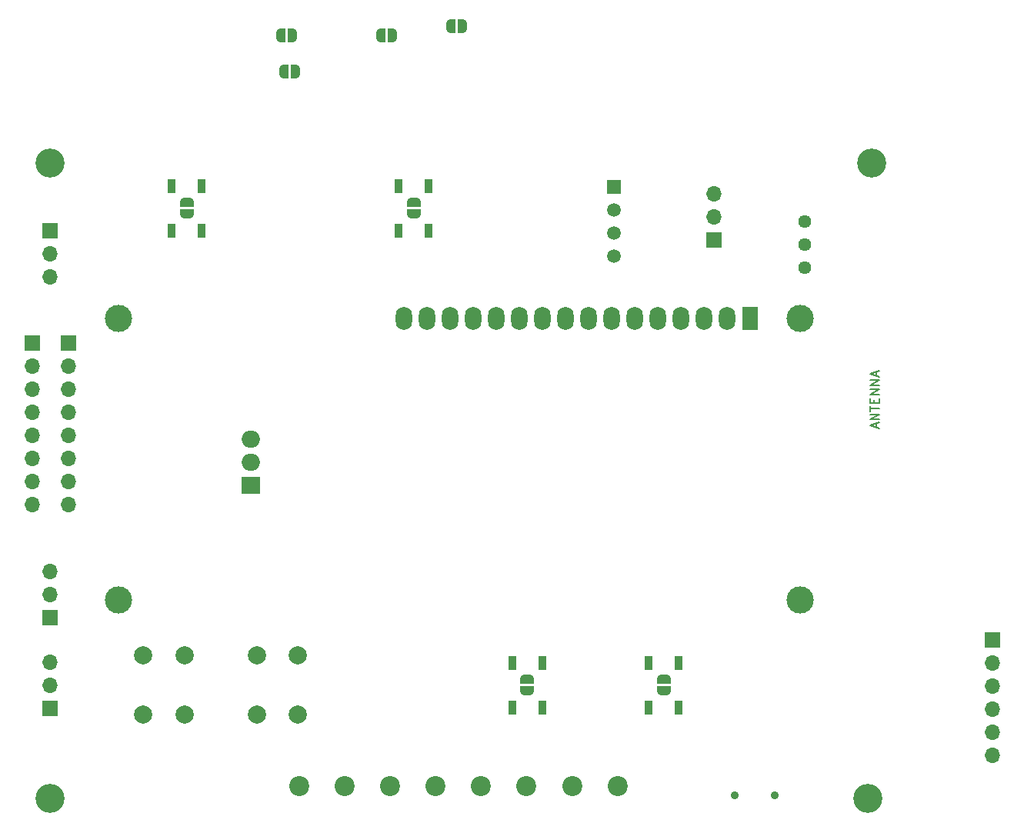
<source format=gbr>
%TF.GenerationSoftware,KiCad,Pcbnew,(6.0.9)*%
%TF.CreationDate,2022-11-21T22:50:26+02:00*%
%TF.ProjectId,Elekit2.0,456c656b-6974-4322-9e30-2e6b69636164,rev?*%
%TF.SameCoordinates,Original*%
%TF.FileFunction,Soldermask,Bot*%
%TF.FilePolarity,Negative*%
%FSLAX46Y46*%
G04 Gerber Fmt 4.6, Leading zero omitted, Abs format (unit mm)*
G04 Created by KiCad (PCBNEW (6.0.9)) date 2022-11-21 22:50:26*
%MOMM*%
%LPD*%
G01*
G04 APERTURE LIST*
G04 Aperture macros list*
%AMFreePoly0*
4,1,20,0.000000,0.744959,0.073905,0.744508,0.209726,0.703889,0.328688,0.626782,0.421226,0.519385,0.479903,0.390333,0.500000,0.250000,0.500000,-0.250000,0.499851,-0.262216,0.476331,-0.402017,0.414519,-0.529596,0.319384,-0.634700,0.198574,-0.708877,0.061801,-0.746166,0.000000,-0.745033,0.000000,-0.750000,-0.500000,-0.750000,-0.500000,0.750000,0.000000,0.750000,0.000000,0.744959,
0.000000,0.744959,$1*%
%AMFreePoly1*
4,1,22,0.500000,-0.750000,0.000000,-0.750000,0.000000,-0.745033,-0.079941,-0.743568,-0.215256,-0.701293,-0.333266,-0.622738,-0.424486,-0.514219,-0.481581,-0.384460,-0.499164,-0.250000,-0.500000,-0.250000,-0.500000,0.250000,-0.499164,0.250000,-0.499963,0.256109,-0.478152,0.396186,-0.417904,0.524511,-0.324060,0.630769,-0.204165,0.706417,-0.067858,0.745374,0.000000,0.744959,0.000000,0.750000,
0.500000,0.750000,0.500000,-0.750000,0.500000,-0.750000,$1*%
G04 Aperture macros list end*
%ADD10C,0.150000*%
%ADD11R,1.700000X1.700000*%
%ADD12O,1.700000X1.700000*%
%ADD13FreePoly0,90.000000*%
%ADD14FreePoly1,90.000000*%
%ADD15R,0.900000X1.500000*%
%ADD16C,2.000000*%
%ADD17O,1.800000X2.600000*%
%ADD18R,1.800000X2.600000*%
%ADD19C,3.000000*%
%ADD20R,1.500000X1.500000*%
%ADD21C,1.500000*%
%ADD22C,3.200000*%
%ADD23C,0.900025*%
%ADD24C,2.200000*%
%ADD25O,2.000000X1.905000*%
%ADD26R,2.000000X1.905000*%
%ADD27FreePoly1,180.000000*%
%ADD28FreePoly0,180.000000*%
%ADD29C,1.440000*%
G04 APERTURE END LIST*
D10*
%TO.C,U9*%
X115916641Y-54161191D02*
X115916641Y-53685001D01*
X116202355Y-54256429D02*
X115202355Y-53923096D01*
X116202355Y-53589763D01*
X116202355Y-53256429D02*
X115202355Y-53256429D01*
X116202355Y-52685001D01*
X115202355Y-52685001D01*
X115202355Y-52351667D02*
X115202355Y-51780239D01*
X116202355Y-52065953D02*
X115202355Y-52065953D01*
X115678546Y-51446905D02*
X115678546Y-51113572D01*
X116202355Y-50970715D02*
X116202355Y-51446905D01*
X115202355Y-51446905D01*
X115202355Y-50970715D01*
X116202355Y-50542143D02*
X115202355Y-50542143D01*
X116202355Y-49970715D01*
X115202355Y-49970715D01*
X116202355Y-49494524D02*
X115202355Y-49494524D01*
X116202355Y-48923096D01*
X115202355Y-48923096D01*
X115916641Y-48494524D02*
X115916641Y-48018334D01*
X116202355Y-48589763D02*
X115202355Y-48256429D01*
X116202355Y-47923096D01*
%TD*%
D11*
%TO.C,J6*%
X128650000Y-77550000D03*
D12*
X128650000Y-80090000D03*
X128650000Y-82630000D03*
X128650000Y-85170000D03*
X128650000Y-87710000D03*
X128650000Y-90250000D03*
%TD*%
D11*
%TO.C,J10*%
X25000000Y-32500000D03*
D12*
X25000000Y-35040000D03*
X25000000Y-37580000D03*
%TD*%
D13*
%TO.C,JP9*%
X92500000Y-81850000D03*
D14*
X92500000Y-83150000D03*
%TD*%
%TO.C,JP8*%
X77500000Y-83150000D03*
D13*
X77500000Y-81850000D03*
%TD*%
D14*
%TO.C,JP7*%
X65000000Y-30650000D03*
D13*
X65000000Y-29350000D03*
%TD*%
D14*
%TO.C,JP6*%
X40000000Y-30650000D03*
D13*
X40000000Y-29350000D03*
%TD*%
D15*
%TO.C,D12*%
X90850000Y-80050000D03*
X94150000Y-80050000D03*
X94150000Y-84950000D03*
X90850000Y-84950000D03*
%TD*%
%TO.C,D11*%
X75850000Y-80050000D03*
X79150000Y-80050000D03*
X79150000Y-84950000D03*
X75850000Y-84950000D03*
%TD*%
D16*
%TO.C,SW2*%
X35250000Y-85750000D03*
X35250000Y-79250000D03*
X39750000Y-85750000D03*
X39750000Y-79250000D03*
%TD*%
D17*
%TO.C,DS1*%
X63900000Y-42142500D03*
X66440000Y-42142500D03*
X68980000Y-42142500D03*
X71520000Y-42142500D03*
X74060000Y-42142500D03*
X76600000Y-42142500D03*
X79140000Y-42142500D03*
X81680000Y-42142500D03*
X84220000Y-42142500D03*
X86760000Y-42142500D03*
X89300000Y-42142500D03*
X91840000Y-42142500D03*
X94380000Y-42142500D03*
X96920000Y-42142500D03*
X99460000Y-42142500D03*
D18*
X102000000Y-42142500D03*
D19*
X32500000Y-42142500D03*
X107499100Y-73143200D03*
X107499100Y-42142500D03*
X32500520Y-73143200D03*
%TD*%
D20*
%TO.C,U11*%
X87000000Y-27685000D03*
D21*
X87000000Y-30225000D03*
X87000000Y-32765000D03*
X87000000Y-35305000D03*
%TD*%
D22*
%TO.C,H4*%
X25000000Y-95000000D03*
%TD*%
%TO.C,H3*%
X25000000Y-25000000D03*
%TD*%
%TO.C,H2*%
X115400000Y-25000000D03*
%TD*%
%TO.C,H1*%
X115000000Y-95000000D03*
%TD*%
D23*
%TO.C,U1*%
X100299975Y-94649860D03*
X104700025Y-94649860D03*
%TD*%
D11*
%TO.C,J9*%
X25000000Y-75040000D03*
D12*
X25000000Y-72500000D03*
X25000000Y-69960000D03*
%TD*%
D11*
%TO.C,J7*%
X23000000Y-44840000D03*
D12*
X23000000Y-47380000D03*
X23000000Y-49920000D03*
X23000000Y-52460000D03*
X23000000Y-55000000D03*
X23000000Y-57540000D03*
X23000000Y-60080000D03*
X23000000Y-62620000D03*
%TD*%
D11*
%TO.C,J11*%
X98000000Y-33525000D03*
D12*
X98000000Y-30985000D03*
X98000000Y-28445000D03*
%TD*%
D24*
%TO.C,J2*%
X72415888Y-93650000D03*
X77415888Y-93650000D03*
%TD*%
D16*
%TO.C,SW1*%
X47750000Y-79250000D03*
X47750000Y-85750000D03*
X52250000Y-79250000D03*
X52250000Y-85750000D03*
%TD*%
D24*
%TO.C,J4*%
X57415888Y-93650000D03*
X52415888Y-93650000D03*
%TD*%
%TO.C,J3*%
X62415888Y-93650000D03*
X67415888Y-93650000D03*
%TD*%
D11*
%TO.C,J8*%
X27000000Y-44840000D03*
D12*
X27000000Y-47380000D03*
X27000000Y-49920000D03*
X27000000Y-52460000D03*
X27000000Y-55000000D03*
X27000000Y-57540000D03*
X27000000Y-60080000D03*
X27000000Y-62620000D03*
%TD*%
D24*
%TO.C,J1*%
X82415888Y-93650000D03*
X87415888Y-93650000D03*
%TD*%
D25*
%TO.C,U3*%
X47050000Y-55435000D03*
X47050000Y-57975000D03*
D26*
X47050000Y-60515000D03*
%TD*%
D11*
%TO.C,J5*%
X25000000Y-85040000D03*
D12*
X25000000Y-82500000D03*
X25000000Y-79960000D03*
%TD*%
D15*
%TO.C,D9*%
X38350000Y-32450000D03*
X41650000Y-32450000D03*
X41650000Y-27550000D03*
X38350000Y-27550000D03*
%TD*%
%TO.C,D10*%
X63350000Y-32450000D03*
X66650000Y-32450000D03*
X66650000Y-27550000D03*
X63350000Y-27550000D03*
%TD*%
D27*
%TO.C,JP1*%
X51650000Y-11000000D03*
D28*
X50350000Y-11000000D03*
%TD*%
D27*
%TO.C,JP2*%
X52000000Y-15000000D03*
D28*
X50700000Y-15000000D03*
%TD*%
D27*
%TO.C,JP3*%
X70350000Y-10000000D03*
D28*
X69050000Y-10000000D03*
%TD*%
D29*
%TO.C,RV1*%
X108000000Y-31450000D03*
X108000000Y-33990000D03*
X108000000Y-36530000D03*
%TD*%
D27*
%TO.C,JP4*%
X62650000Y-11000000D03*
D28*
X61350000Y-11000000D03*
%TD*%
M02*

</source>
